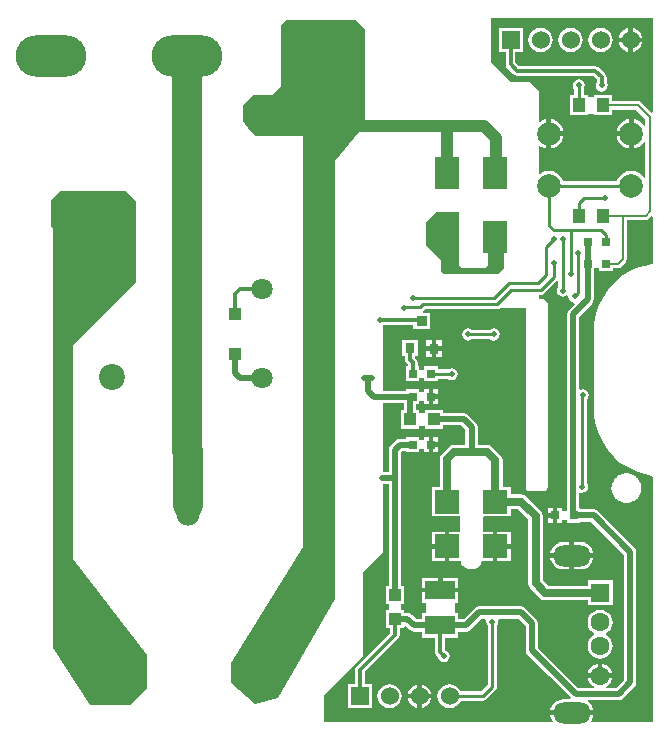
<source format=gtl>
%FSTAX23Y23*%
%MOIN*%
%SFA1B1*%

%IPPOS*%
%AMD61*
4,1,4,-0.048800,-0.005900,0.019300,-0.045200,0.048800,0.005900,-0.019300,0.045200,-0.048800,-0.005900,0.0*
1,1,0.078740,-0.014700,-0.025500*
1,1,0.078740,0.014700,0.025500*
%
%AMD62*
4,1,4,-0.019300,-0.045200,0.048800,-0.005900,0.019300,0.045200,-0.048800,0.005900,-0.019300,-0.045200,0.0*
1,1,0.078740,0.014800,-0.025500*
1,1,0.078740,-0.014800,0.025500*
%
%ADD12C,0.007870*%
%ADD13C,0.011810*%
%ADD15C,0.039370*%
%ADD19R,0.098430X0.062990*%
%ADD20R,0.039370X0.047240*%
%ADD21R,0.039370X0.039370*%
%ADD22R,0.031500X0.035430*%
%ADD23R,0.035430X0.035430*%
%ADD24R,0.025000X0.030000*%
%ADD25R,0.039370X0.043310*%
%ADD26R,0.043310X0.039370*%
%ADD27R,0.082680X0.106300*%
%ADD28R,0.082680X0.078740*%
%ADD52C,0.020000*%
%ADD53C,0.019680*%
%ADD54C,0.010000*%
%ADD55C,0.027560*%
%ADD56C,0.098430*%
%ADD57C,0.062990*%
%ADD58R,0.062990X0.062990*%
%ADD59O,0.125980X0.070870*%
%ADD60O,0.078740X0.137800*%
G04~CAMADD=61~3~0.0~0.0~787.4~1378.0~0.0~0.0~0~0.0~0.0~0.0~0.0~0~0.0~0.0~0.0~0.0~0~0.0~0.0~0.0~150.0~1080.0~1298.0*
%ADD61D61*%
G04~CAMADD=62~3~0.0~0.0~787.4~1378.0~0.0~0.0~0~0.0~0.0~0.0~0.0~0~0.0~0.0~0.0~0.0~0~0.0~0.0~0.0~210.0~1080.0~1298.0*
%ADD62D62*%
%ADD63O,0.236220X0.066930*%
%ADD64C,0.086610*%
%ADD65C,0.070870*%
%ADD66C,0.078740*%
%ADD67R,0.060000X0.060000*%
%ADD68C,0.060000*%
%ADD69O,0.236220X0.137800*%
%ADD70C,0.019680*%
%LN86ÐÍzigbeeÖÇÄÜ²å×ù°å-1*%
%LPD*%
G36*
X0584Y04667D02*
X05835Y04665D01*
X058Y04701*
X05795Y04704*
X0579Y04705*
X05705*
Y04724*
X05645*
Y04719*
X05624*
Y04724*
X05609*
Y04744*
X05612Y04749*
X05614Y04757*
X05612Y04764*
X05608Y04771*
X05601Y04775*
X05594Y04777*
X05586Y04775*
X05579Y04771*
X05575Y04764*
X05573Y04757*
X05575Y04749*
X05578Y04744*
Y04724*
X05564*
Y04657*
X05624*
Y04663*
X05645*
Y04657*
X05705*
Y04676*
X05784*
X05815Y04645*
Y04624*
X0581Y04622*
X05803Y04631*
X05793Y04639*
X05781Y04644*
X05776Y04644*
Y04596*
Y04547*
X05781Y04548*
X05793Y04553*
X05803Y0456*
X0581Y04569*
X05815Y04568*
Y0445*
X0581Y04449*
X05803Y04458*
X05793Y04466*
X05781Y04471*
X05768Y04472*
X05755Y04471*
X05743Y04466*
X05733Y04458*
X05725Y04447*
X05721Y04438*
X0554*
X05536Y04447*
X05528Y04458*
X05518Y04466*
X05506Y04471*
X05493Y04472*
X0548Y04471*
X05468Y04466*
X05463Y04462*
X05459Y04464*
Y04554*
X05463Y04556*
X05468Y04553*
X0548Y04548*
X05485Y04547*
Y04596*
Y04644*
X0548Y04644*
X05468Y04639*
X05463Y04635*
X05459Y04637*
Y04738*
X05427Y0477*
X05367*
X05301Y04836*
Y04983*
X0584*
Y04667*
G37*
G36*
Y0432D02*
Y0417D01*
X0584*
X05839Y04166*
X05837Y04163*
X05834Y04161*
X05832Y04161*
X05832Y0416*
X05811Y04156*
X05783Y04147*
X05756Y04134*
X05732Y04117*
X05709Y04097*
X0569Y04075*
X05673Y0405*
X0566Y04024*
X0565Y03996*
X05645Y03966*
X05643Y03937*
X05643*
Y03681*
X05643*
X05645Y03651*
X0565Y03622*
X0566Y03594*
X05673Y03567*
X0569Y03542*
X05709Y0352*
X05732Y035*
X05756Y03484*
X05783Y03471*
X05811Y03461*
X05832Y03457*
X05832Y03457*
X05834Y03456*
X05837Y03454*
X05839Y03451*
X0584Y03448*
X0584*
Y02634*
X05636*
X05634Y02639*
X05637Y02643*
X05642Y02654*
X05642Y02658*
X0557*
X05498*
X05498Y02654*
X05503Y02643*
X05506Y02639*
X05504Y02634*
X04745*
Y02726*
X0487Y02851*
X04873Y02855*
X04874Y0286*
Y03135*
X04939Y032*
Y03428*
X0496*
X0496Y03428*
Y03088*
X04949*
Y03028*
X04959*
Y03009*
X04949*
Y02949*
X04964*
Y02932*
X04851Y02819*
X04848Y02814*
X04846Y02808*
Y02762*
X04823*
Y02682*
X04903*
Y02762*
X04879*
Y02801*
X04992Y02914*
X04995Y02919*
X04997Y02926*
Y02949*
X05012*
Y02953*
X05017Y02955*
X0503Y02942*
X05037Y02938*
X05045Y02936*
X05072*
Y02915*
X05115*
Y02867*
X05117Y0286*
X0512Y02855*
X05124Y02851*
X05125Y02847*
X05129Y0284*
X05136Y02836*
X05144Y02834*
X05151Y02836*
X05158Y0284*
X05162Y02847*
X05164Y02855*
X05162Y02862*
X05158Y02869*
X05151Y02873*
X05148Y02874*
Y02915*
X05191*
Y02936*
X05218*
X05226Y02938*
X05232Y02942*
X0527Y0298*
X05282*
X05285Y02975*
X05284Y0297*
X05286Y02962*
X05289Y02957*
Y02759*
X05267Y02737*
X05199*
X05197Y02742*
X05191Y0275*
X05183Y02756*
X05173Y0276*
X05163Y02762*
X05152Y0276*
X05142Y02756*
X05134Y0275*
X05128Y02742*
X05124Y02732*
X05122Y02722*
X05124Y02711*
X05128Y02701*
X05134Y02693*
X05142Y02687*
X05152Y02683*
X05163Y02681*
X05173Y02683*
X05183Y02687*
X05191Y02693*
X05197Y02701*
X05199Y02706*
X05274*
X05279Y02707*
X05284Y02711*
X05315Y02742*
X05319Y02747*
X0532Y02753*
Y02957*
X05323Y02962*
X05325Y0297*
X05324Y02975*
X05327Y0298*
X05391*
X05416Y02955*
Y02875*
X05418Y02867*
X05422Y0286*
X05566Y02717*
X05564Y02712*
X05542*
X05531Y0271*
X0552Y02706*
X0551Y02698*
X05503Y02689*
X05498Y02678*
X05498Y02674*
X0557*
X05642*
X05642Y02678*
X05637Y02689*
X0563Y02698*
X05623Y02703*
X05625Y02708*
X05726*
X05733Y0271*
X0574Y02714*
X05779Y02753*
X05783Y0276*
X05785Y02768*
Y03202*
X05783Y03209*
X05779Y03216*
X05657Y03338*
X0565Y03342*
X05643Y03344*
X05598*
Y03349*
X05595*
Y03397*
X056Y034*
X05605Y03399*
X05612Y03401*
X05619Y03405*
X05623Y03412*
X05625Y0342*
X05623Y03427*
X0562Y03432*
Y03709*
X0562*
X05624Y03716*
X05626Y03724*
X05624Y03731*
X0562Y03738*
X05613Y03742*
X05606Y03744*
X056Y03743*
X05595Y03746*
Y03986*
X05638Y04029*
X05642Y04036*
X05644Y04044*
Y04137*
X05645*
Y04148*
X05662*
Y04137*
X05707*
Y04148*
X05724*
X05729Y04149*
X05734Y04152*
X05749Y04167*
X05752Y04172*
X05753Y04177*
Y04309*
X05816*
X05822Y0431*
X05826Y04313*
X05835Y04322*
X0584Y0432*
G37*
G36*
X05193Y04336D02*
Y04179D01*
Y04158*
X05202Y04149*
X05279*
X05289Y04159*
Y04233*
X05296Y0424*
X05313*
X05314Y04241*
X05343*
Y04147*
X05325Y04129*
X05145*
X05134Y0414*
Y04176*
X05084Y04226*
Y04302*
X05118Y04336*
X05193*
G37*
G36*
X05521Y04107D02*
X05525Y04105D01*
Y04085*
X05522Y0408*
X0552Y04073*
X05522Y04065*
X05526Y04058*
X05533Y04054*
X05541Y04052*
X05548Y04054*
X05554Y04058*
X05557Y04056*
X05559Y04055*
X05558Y04054*
X0556Y04046*
X05564Y04039*
X05571Y04035*
X05578Y04033*
X0558Y04029*
X0556Y04009*
X05556Y04002*
X05554Y03995*
Y0344*
Y03417*
Y03349*
X05553*
Y03338*
X05536*
Y03349*
X05521*
Y03324*
Y03299*
X05536*
Y03309*
X05553*
Y03299*
X05598*
Y03303*
X05634*
X05744Y03193*
Y02776*
X05717Y02749*
X05687*
X05685Y02753*
X05686Y02754*
X05694Y0276*
X05701Y02769*
X05705Y02779*
X05705Y02782*
X05665*
X05624*
X05624Y02779*
X05628Y02769*
X05635Y0276*
X05643Y02754*
X05644Y02753*
X05642Y02749*
X05591*
X05457Y02883*
Y02964*
X05455Y02971*
X05451Y02978*
X05414Y03015*
X05407Y03019*
X054Y03021*
X05262*
X05254Y03019*
X05248Y03015*
X0521Y02977*
X05191*
Y02998*
X05181*
Y03033*
X05191*
Y03067*
X05132*
X05072*
Y03033*
X05083*
Y02998*
X05072*
Y02977*
X05053*
X05036Y02993*
X0503Y02998*
X05022Y02999*
X05012*
Y03009*
X05002*
Y03028*
X05012*
Y03088*
X05001*
Y03448*
Y03534*
X05006Y03539*
X05016*
Y03535*
X05061*
Y03545*
X05078*
Y03535*
X05093*
Y0356*
Y03585*
X05078*
Y03574*
X05061*
Y03585*
X05016*
Y0358*
X04998*
X0499Y03578*
X04983Y03574*
X04966Y03557*
X04962Y0355*
X0496Y03543*
Y03468*
X04939*
Y03699*
X0501*
Y03676*
X05*
Y03613*
X0506*
Y03623*
X05079*
Y03613*
X05139*
Y03624*
X05201*
X05215Y0361*
Y03559*
X05178*
X05168Y03557*
X0516Y03552*
X05137Y03528*
X05131Y0352*
X0513Y03511*
Y0342*
X05103*
Y03321*
X05197*
Y0327*
X05162*
Y03221*
Y03171*
X05199*
X05202Y03163*
X05208Y03155*
X05216Y03149*
X05225Y03145*
X05235Y03144*
X05245Y03145*
X05254Y03149*
X05262Y03155*
X05268Y03163*
X05271Y03171*
X05307*
Y03221*
Y0327*
X05273*
Y03317*
X05276Y03321*
X05366*
Y03346*
X0539*
X05424Y03311*
Y03099*
X05426Y03089*
X05431Y03081*
X05464Y03048*
X05472Y03043*
X05482Y03041*
X05623*
Y03024*
X05706*
Y03107*
X05623*
Y0309*
X05492*
X05473Y03109*
Y03322*
X05471Y03331*
X05466Y03339*
X05417Y03387*
X05409Y03393*
X054Y03395*
X05366*
Y0342*
X05339*
Y03507*
X05337Y03516*
X05332Y03524*
X05304Y03552*
X05296Y03557*
X05287Y03559*
X05256*
Y03619*
X05254Y03626*
X0525Y03633*
X05224Y03659*
X05217Y03663*
X0521Y03665*
X05139*
Y03676*
X05079*
Y03666*
X0506*
Y03676*
X0505*
Y03695*
X05061*
Y03705*
X05078*
Y03695*
X05093*
Y0372*
Y03745*
X05078*
Y03734*
X05061*
Y03745*
X05016*
Y0374*
X04939*
Y03956*
X04941Y03958*
X05042*
Y03945*
X05097*
Y04*
X05075*
X05074Y04005*
X05074Y04006*
X0508Y04011*
X0532*
X05326Y04012*
X05329Y04015*
X05416*
Y03417*
X05417Y03413*
X0542Y03409*
X05424Y03406*
X05429Y03405*
X05477*
X05481Y03406*
X05485Y03409*
X05488Y03413*
X05489Y03417*
Y04032*
X05488Y04036*
X05485Y0404*
X05481Y04043*
X05477Y04044*
X05459*
Y04058*
X05466*
X05471Y04059*
X05476Y04063*
X0552Y04107*
X05521Y04107*
G37*
G36*
X0488Y04946D02*
Y04624D01*
X04878Y04623*
X0478Y04505*
Y03045*
X0459Y02714*
X04515Y02696*
X04433Y02765*
Y02833*
X04675Y0322*
Y04588*
X04518*
X04491Y04615*
X04475Y04637*
Y04692*
X04508Y04725*
X04509Y04726*
X04572*
X04601Y04755*
Y04957*
X0462Y04976*
X0485*
X0488Y04946*
G37*
G36*
X04117Y04371D02*
Y04102D01*
X03908Y03893*
Y03178*
X04154Y02858*
Y02749*
X04098Y02693*
X03963*
X03839Y02881*
Y03031*
Y04281*
X03834Y04286*
Y04374*
X03864Y04404*
X04084*
X04117Y04371*
G37*
%LN86ÐÍzigbeeÖÇÄÜ²å×ù°å-2*%
%LPC*%
G36*
X05773Y04948D02*
Y04916D01*
X05805*
X05804Y04919*
X058Y04929*
X05794Y04937*
X05786Y04943*
X05776Y04947*
X05773Y04948*
G37*
G36*
X05758D02*
X05755Y04947D01*
X05745Y04943*
X05737Y04937*
X05731Y04929*
X05727Y04919*
X05726Y04916*
X05758*
Y04948*
G37*
G36*
X05805Y04901D02*
X05773D01*
Y04869*
X05776Y0487*
X05786Y04874*
X05794Y0488*
X058Y04888*
X05804Y04898*
X05805Y04901*
G37*
G36*
X05758D02*
X05726D01*
X05727Y04898*
X05731Y04888*
X05737Y0488*
X05745Y04874*
X05755Y0487*
X05758Y04869*
Y04901*
G37*
G36*
X05566Y04949D02*
X05555Y04947D01*
X05545Y04943*
X05537Y04937*
X05531Y04929*
X05527Y04919*
X05525Y04909*
X05527Y04898*
X05531Y04888*
X05537Y0488*
X05545Y04874*
X05555Y0487*
X05566Y04868*
X05576Y0487*
X05586Y04874*
X05594Y0488*
X056Y04888*
X05604Y04898*
X05606Y04909*
X05604Y04919*
X056Y04929*
X05594Y04937*
X05586Y04943*
X05576Y04947*
X05566Y04949*
G37*
G36*
X05666D02*
X05655Y04947D01*
X05645Y04943*
X05637Y04937*
X05631Y04929*
X05627Y04919*
X05625Y04909*
X05627Y04898*
X05631Y04888*
X05637Y0488*
X05645Y04874*
X05655Y0487*
X05666Y04868*
X05676Y0487*
X05686Y04874*
X05694Y0488*
X057Y04888*
X05704Y04898*
X05706Y04909*
X05704Y04919*
X057Y04929*
X05694Y04937*
X05686Y04943*
X05676Y04947*
X05666Y04949*
G37*
G36*
X05466D02*
X05455Y04947D01*
X05445Y04943*
X05437Y04937*
X05431Y04929*
X05427Y04919*
X05425Y04909*
X05427Y04898*
X05431Y04888*
X05437Y0488*
X05445Y04874*
X05455Y0487*
X05466Y04868*
X05476Y0487*
X05486Y04874*
X05494Y0488*
X055Y04888*
X05504Y04898*
X05506Y04909*
X05504Y04919*
X055Y04929*
X05494Y04937*
X05486Y04943*
X05476Y04947*
X05466Y04949*
G37*
G36*
X05406Y04949D02*
X05326D01*
Y04869*
X05349*
Y04827*
X05351Y0482*
X05354Y04815*
X05375Y04794*
X0538Y04791*
X05387Y04789*
X05641*
X05653Y04777*
Y04768*
X05651Y04764*
X05649Y04757*
X05651Y04749*
X05655Y04742*
X05662Y04738*
X0567Y04736*
X05677Y04738*
X05684Y04742*
X05688Y04749*
X0569Y04757*
X05688Y04764*
X05686Y04768*
Y04784*
X05684Y0479*
X05681Y04795*
X05659Y04817*
X05654Y0482*
X05648Y04822*
X05393*
X05382Y04833*
Y04869*
X05406*
Y04949*
G37*
G36*
X05501Y04644D02*
Y04604D01*
X05541*
X05541Y04609*
X05536Y04621*
X05528Y04631*
X05518Y04639*
X05506Y04644*
X05501Y04644*
G37*
G36*
X0576D02*
X05755Y04644D01*
X05743Y04639*
X05733Y04631*
X05725Y04621*
X0572Y04609*
X05719Y04604*
X0576*
Y04644*
G37*
G36*
Y04588D02*
X05719D01*
X0572Y04583*
X05725Y04571*
X05733Y0456*
X05743Y04553*
X05755Y04548*
X0576Y04547*
Y04588*
G37*
G36*
X05541D02*
X05501D01*
Y04547*
X05506Y04548*
X05518Y04553*
X05528Y0456*
X05536Y04571*
X05541Y04583*
X05541Y04588*
G37*
G36*
X05752Y03465D02*
X05748Y03465D01*
X05748*
X05748Y03465*
X05747Y03464*
X05746*
X05745Y03464*
X05739Y03463*
X05727Y03458*
X05722Y03455*
X05721Y03454*
X05721Y03454*
X0572Y03453*
X0572Y03453*
X05719Y03453*
X05716Y0345*
X05714Y03448*
X05714Y03447*
X05714Y03447*
X05713Y03446*
X05713Y03446*
X05712Y03445*
X05709Y0344*
X05704Y03428*
X05703Y03422*
X05703Y03421*
Y0342*
X05702Y03419*
X05702Y03419*
Y03419*
X05702Y03415*
X05702Y03411*
Y03411*
X05702Y03411*
X05703Y0341*
Y03409*
X05703Y03408*
X05704Y03402*
X05709Y0339*
X05712Y03385*
X05713Y03384*
X05713Y03384*
X05714Y03383*
X05714Y03383*
X05714Y03383*
X05716Y0338*
X05719Y03377*
X0572Y03377*
X0572Y03377*
X05721Y03376*
X05721Y03376*
X05722Y03375*
X05727Y03372*
X05739Y03367*
X05745Y03366*
X05746Y03366*
X05747*
X05748Y03366*
X05748Y03365*
X05748*
X05752Y03365*
X05756Y03365*
X05756*
X05756Y03366*
X05757Y03366*
X05758*
X05759Y03366*
X05765Y03367*
X05777Y03372*
X05781Y03375*
X05783Y03376*
X05783Y03376*
X05784Y03377*
X05784Y03377*
X05784Y03377*
X05787Y0338*
X0579Y03383*
X0579Y03383*
X0579Y03383*
X0579Y03384*
X05791Y03384*
X05792Y03385*
X05795Y0339*
X058Y03402*
X05801Y03408*
X05801Y03409*
Y0341*
X05801Y03411*
X05801Y03411*
Y03411*
X05802Y03415*
X05801Y03419*
Y03419*
X05801Y03419*
X05801Y0342*
Y03421*
X05801Y03422*
X058Y03428*
X05795Y0344*
X05792Y03445*
X05791Y03446*
X0579Y03446*
X0579Y03447*
X0579Y03447*
X0579Y03448*
X05787Y0345*
X05784Y03453*
X05784Y03453*
X05784Y03453*
X05783Y03454*
X05783Y03454*
X05781Y03455*
X05777Y03458*
X05765Y03463*
X05759Y03464*
X05758Y03464*
X05757*
X05756Y03465*
X05756Y03465*
X05756*
X05752Y03465*
G37*
G36*
X0507Y02761D02*
Y02729D01*
X05102*
X05101Y02732*
X05097Y02742*
X05091Y0275*
X05083Y02756*
X05073Y0276*
X0507Y02761*
G37*
G36*
X05055D02*
X05052Y0276D01*
X05042Y02756*
X05034Y0275*
X05028Y02742*
X05024Y02732*
X05023Y02729*
X05055*
Y02761*
G37*
G36*
X05102Y02714D02*
X0507D01*
Y02682*
X05073Y02683*
X05083Y02687*
X05091Y02693*
X05097Y02701*
X05101Y02711*
X05102Y02714*
G37*
G36*
X05055D02*
X05023D01*
X05024Y02711*
X05028Y02701*
X05034Y02693*
X05042Y02687*
X05052Y02683*
X05055Y02682*
Y02714*
G37*
G36*
X04963Y02762D02*
X04952Y0276D01*
X04942Y02756*
X04934Y0275*
X04928Y02742*
X04924Y02732*
X04922Y02722*
X04924Y02711*
X04928Y02701*
X04934Y02693*
X04942Y02687*
X04952Y02683*
X04963Y02681*
X04973Y02683*
X04983Y02687*
X04991Y02693*
X04997Y02701*
X05001Y02711*
X05003Y02722*
X05001Y02732*
X04997Y02742*
X04991Y0275*
X04983Y02756*
X04973Y0276*
X04963Y02762*
G37*
G36*
X0531Y03947D02*
X05302Y03945D01*
X05297Y03942*
X05237*
X05232Y03945*
X05225Y03947*
X05217Y03945*
X0521Y03941*
X05206Y03934*
X05204Y03927*
X05206Y03919*
X0521Y03912*
X05217Y03908*
X05225Y03906*
X05232Y03908*
X05237Y03911*
X05297*
X05302Y03908*
X0531Y03906*
X05317Y03908*
X05324Y03912*
X05328Y03919*
X0533Y03927*
X05328Y03934*
X05324Y03941*
X05317Y03945*
X0531Y03947*
G37*
G36*
X05136Y03908D02*
X05118D01*
Y03888*
X05136*
Y03908*
G37*
G36*
X05103D02*
X05085D01*
Y03888*
X05103*
Y03908*
G37*
G36*
X05136Y03872D02*
X05118D01*
Y03853*
X05136*
Y03872*
G37*
G36*
X05103D02*
X05085D01*
Y03853*
X05103*
Y03872*
G37*
G36*
X05056Y0391D02*
X05005D01*
Y03854*
X05014*
Y03843*
X05015Y03836*
X05019Y03831*
X05023Y03827*
Y03821*
X05016*
Y03771*
X05061*
Y03781*
X05078*
Y03771*
X05123*
Y0378*
X05155*
Y0378*
X05162Y03776*
X0517Y03774*
X05177Y03776*
X05184Y0378*
X05188Y03787*
X0519Y03795*
X05188Y03802*
X05184Y03809*
X05177Y03813*
X0517Y03815*
X05162Y03813*
X05158Y03811*
X05123*
Y03821*
X05078*
Y0381*
X05061*
Y03821*
X05056*
Y03834*
X05054Y0384*
X05051Y03845*
X05047Y03849*
X05047Y03854*
X05056*
Y0391*
G37*
G36*
X05123Y03745D02*
X05108D01*
Y03727*
X05123*
Y03745*
G37*
G36*
Y03712D02*
X05108D01*
Y03695*
X05123*
Y03712*
G37*
G36*
Y03585D02*
X05108D01*
Y03567*
X05123*
Y03585*
G37*
G36*
Y03552D02*
X05108D01*
Y03535*
X05123*
Y03552*
G37*
G36*
X05506Y03349D02*
X05491D01*
Y03331*
X05506*
Y03349*
G37*
G36*
Y03316D02*
X05491D01*
Y03299*
X05506*
Y03316*
G37*
G36*
X05366Y0327D02*
X05322D01*
Y03229*
X05366*
Y0327*
G37*
G36*
X05146D02*
X05103D01*
Y03229*
X05146*
Y0327*
G37*
G36*
X05598Y03235D02*
X05578D01*
Y03197*
X05642*
X05642Y03201*
X05637Y03212*
X0563Y03222*
X0562Y03229*
X05609Y03234*
X05598Y03235*
G37*
G36*
X05562D02*
X05542D01*
X05531Y03234*
X0552Y03229*
X0551Y03222*
X05503Y03212*
X05498Y03201*
X05498Y03197*
X05562*
Y03235*
G37*
G36*
X05366Y03213D02*
X05322D01*
Y03171*
X05366*
Y03213*
G37*
G36*
X05146D02*
X05103D01*
Y03171*
X05146*
Y03213*
G37*
G36*
X05642Y03182D02*
X05578D01*
Y03144*
X05598*
X05609Y03145*
X0562Y0315*
X0563Y03157*
X05637Y03167*
X05642Y03178*
X05642Y03182*
G37*
G36*
X05562D02*
X05498D01*
X05498Y03178*
X05503Y03167*
X0551Y03157*
X0552Y0315*
X05531Y03145*
X05542Y03144*
X05562*
Y03182*
G37*
G36*
X05191Y03116D02*
X05139D01*
Y03082*
X05191*
Y03116*
G37*
G36*
X05124D02*
X05072D01*
Y03082*
X05124*
Y03116*
G37*
G36*
X05665Y03009D02*
X05654Y03008D01*
X05644Y03003*
X05635Y02997*
X05628Y02988*
X05624Y02978*
X05623Y02967*
X05624Y02956*
X05628Y02946*
X05635Y02937*
X05644Y02931*
X05645Y0293*
Y02925*
X05644Y02925*
X05635Y02918*
X05628Y02909*
X05624Y02899*
X05623Y02888*
X05624Y02878*
X05628Y02867*
X05635Y02859*
X05644Y02852*
X05654Y02848*
X05665Y02846*
X05675Y02848*
X05685Y02852*
X05694Y02859*
X05701Y02867*
X05705Y02878*
X05706Y02888*
X05705Y02899*
X05701Y02909*
X05694Y02918*
X05685Y02925*
X05684Y02925*
Y0293*
X05685Y02931*
X05694Y02937*
X05701Y02946*
X05705Y02956*
X05706Y02967*
X05705Y02978*
X05701Y02988*
X05694Y02997*
X05685Y03003*
X05675Y03008*
X05665Y03009*
G37*
G36*
X05672Y02831D02*
Y02798D01*
X05705*
X05705Y02801*
X05701Y02811*
X05694Y0282*
X05685Y02826*
X05675Y0283*
X05672Y02831*
G37*
G36*
X05657D02*
X05654Y0283D01*
X05644Y02826*
X05635Y0282*
X05628Y02811*
X05624Y02801*
X05624Y02798*
X05657*
Y02831*
G37*
%LN86ÐÍzigbeeÖÇÄÜ²å×ù°å-3*%
%LPD*%
G54D12*
X0583Y04337D02*
Y04651D01*
X05816Y04323D02*
X0583Y04337D01*
X05685Y04162D02*
X05724D01*
X05684D02*
X05685D01*
X0579Y04691D02*
X0583Y04651D01*
X05766Y04879D02*
Y04889D01*
X05593Y04323D02*
X05594Y04323D01*
X05739Y04177D02*
Y04322D01*
X05675Y04691D02*
X0579D01*
X05675Y04323D02*
X05816D01*
X05724Y04162D02*
X05739Y04177D01*
G54D13*
X04447Y04004D02*
X04455Y03996D01*
X04464Y0408D02*
X04537D01*
X04447Y04063D02*
X04464Y0408D01*
X04447Y04004D02*
Y04063D01*
X05132Y02867D02*
X05144Y02855D01*
X05132Y02867D02*
Y02957D01*
X04863Y02722D02*
Y02808D01*
X04981Y02926*
Y02979*
X0567Y04757D02*
Y04784D01*
X05648Y04806D02*
X0567Y04784D01*
X05387Y04806D02*
X05648D01*
X05366Y04827D02*
X05387Y04806D01*
X05366Y04827D02*
Y04909D01*
X0504Y03796D02*
Y03834D01*
X0503Y03843D02*
X0504Y03834D01*
X0503Y03843D02*
Y03882D01*
X04929Y03975D02*
X05068D01*
G54D15*
X05316Y04466D02*
Y04583D01*
X05155Y04466D02*
Y04621D01*
X04811D02*
X05155D01*
X05277*
X04741Y04688D02*
X04811Y04619D01*
X05277Y04621D02*
X05316Y04583D01*
X03939Y04318D02*
X04002D01*
X04041*
G54D19*
X05132Y02957D03*
Y03075D03*
G54D20*
X05594Y04691D03*
X05675D03*
Y04323D03*
X05594D03*
G54D21*
X04446Y03863D03*
Y03996D03*
G54D22*
X05111Y0388D03*
X0503Y03882D03*
G54D23*
X0507Y03973D03*
G54D24*
X05685Y04162D03*
X05623D03*
Y04234D03*
X05685D03*
X05039Y03796D03*
X05101D03*
X05514Y03324D03*
X05576D03*
X05039Y0356D03*
X05101D03*
X05039Y0372D03*
X05101D03*
G54D25*
X0503Y03645D03*
X05109D03*
G54D26*
X04981Y02979D03*
Y03058D03*
G54D27*
X05315Y04251D03*
Y04466D03*
X05155D03*
Y04251D03*
G54D28*
X05315Y0337D03*
Y03221D03*
X05154D03*
Y0337D03*
G54D52*
X05624Y04199D02*
Y04234D01*
Y04044D02*
Y04199D01*
X05575Y03324D02*
Y03417D01*
Y03995D02*
X05624Y04044D01*
X05575Y0344D02*
Y03995D01*
Y03417D02*
Y0344D01*
G54D53*
X0503Y0372D02*
Y03721D01*
X0489Y0374D02*
Y03781D01*
X0503Y03645D02*
Y0372D01*
X04447Y03855D02*
X04455Y03863D01*
X04465Y03781D02*
X04537D01*
X04447Y038D02*
X04465Y03781D01*
X04447Y038D02*
Y03855D01*
X04901Y03781D02*
X04903D01*
X0489D02*
X04901D01*
X04879D02*
X0489D01*
X04876D02*
X04879D01*
X05039Y0372D02*
X0504D01*
X0503D02*
X05039D01*
X054Y03001D02*
X05437Y02964D01*
Y02875D02*
Y02964D01*
Y02875D02*
X05583Y02729D01*
X05262Y03001D02*
X054D01*
X05576Y03324D02*
X05643D01*
X05575D02*
X05576D01*
X04981Y03058D02*
Y03448D01*
Y03543*
X04938Y03448D02*
X04962D01*
X0491Y0372D02*
X0503D01*
X0489Y0374D02*
X0491Y0372D01*
X05583Y02729D02*
X05726D01*
X05218Y02957D02*
X05262Y03001D01*
X05726Y02729D02*
X05765Y02768D01*
Y03202*
X05643Y03324D02*
X05765Y03202D01*
X05132Y02957D02*
X05218D01*
X05045D02*
X05132D01*
X05022Y02979D02*
X05045Y02957D01*
X04981Y02979D02*
X05022D01*
X04998Y0356D02*
X0504D01*
X04981Y03543D02*
X04998Y0356D01*
X04962Y03448D02*
X04981D01*
X05236Y03535D02*
Y03619D01*
X0521Y03645D02*
X05236Y03619D01*
X05109Y03645D02*
X0521D01*
G54D54*
X05605Y0342D02*
Y03724D01*
X05579Y04054D02*
X05591Y04066D01*
Y04199*
X05541Y04073D02*
Y04245D01*
X05485Y0422D02*
X0551Y04245D01*
X05566Y04127D02*
Y0427D01*
X05225Y03927D02*
X0531D01*
X05073Y04027D02*
X0532D01*
X05367Y04074D02*
X05466D01*
X0532Y04027D02*
X05367Y04074D01*
X05362Y04097D02*
X05456D01*
X05312Y04047D02*
X05362Y04097D01*
X05039Y04047D02*
X05312D01*
X0501Y04017D02*
X05063D01*
X05684Y04234D02*
Y04257D01*
X05063Y04017D02*
X05073Y04027D01*
X05305Y02753D02*
Y0297D01*
X05274Y02722D02*
X05305Y02753D01*
X05163Y02722D02*
X05274D01*
X05485Y04126D02*
Y0422D01*
X05456Y04097D02*
X05485Y04126D01*
X0551Y04118D02*
Y04164D01*
X05466Y04074D02*
X0551Y04118D01*
X05509Y04274D02*
X05567D01*
X05667*
X05594Y04365D02*
X0561Y04381D01*
X05679*
X05594Y04329D02*
Y04365D01*
Y04691D02*
X05594Y04691D01*
X05594Y04691D02*
Y04757D01*
X051Y03796D02*
X05169D01*
X05493Y04422D02*
X05746D01*
X05493Y0429D02*
X05509Y04274D01*
X05493Y0429D02*
Y04422D01*
X05667Y04274D02*
X05684Y04257D01*
G54D55*
X05482Y03066D02*
X05665D01*
X05449Y03099D02*
X05482Y03066D01*
X05449Y03099D02*
Y03322D01*
X054Y0337D02*
X05449Y03322D01*
X05236Y03535D02*
X05287D01*
X05178D02*
X05236D01*
X05315Y0337D02*
X054D01*
X05287Y03535D02*
X05315Y03507D01*
X05154Y03511D02*
X05178Y03535D01*
X05154Y0337D02*
Y03511D01*
X05315Y0337D02*
Y03507D01*
G54D56*
X04289Y0336D02*
Y03538D01*
X04288Y04856D02*
Y03539D01*
G54D57*
X05665Y0279D03*
Y02888D03*
Y02967D03*
G54D58*
X05665Y03066D03*
G54D59*
X0557Y0319D03*
Y02666D03*
G54D60*
X04289Y03538D03*
Y0336D03*
G54D61*
X04544Y02811D03*
X04633Y02965D03*
G54D62*
X04034Y02811D03*
X03946Y02965D03*
G54D63*
X04597Y04662D03*
X03986Y04327D03*
G54D64*
X03937Y04076D03*
X04037Y03785D03*
G54D65*
X04537Y03781D03*
Y0408D03*
G54D66*
X05493Y04596D03*
X05768Y04422D03*
Y04596D03*
X05493Y04422D03*
G54D67*
X04863Y02722D03*
X05366Y04909D03*
G54D68*
X04963Y02722D03*
X05063D03*
X05163D03*
X05766Y04909D03*
X05666D03*
X05566D03*
X05466D03*
G54D69*
X03835Y04856D03*
X04288D03*
X04741D03*
G54D70*
X04949Y03198D03*
X0495Y0331D03*
X05116Y03468D03*
X0514Y036D03*
X05701Y03507D03*
X05632Y03646D03*
X0562Y0377D03*
Y03838D03*
Y03906D03*
Y03974D03*
X05591Y04199D03*
X05579Y04054D03*
X05606Y03724D03*
X05605Y0342D03*
X05541Y04073D03*
X05566Y04127D03*
X0531Y03927D03*
X05225D03*
X05544Y03576D03*
X05661Y04072D03*
X05768Y04293D03*
X05799Y0451D03*
X05553Y04538D03*
X05706D03*
X05042Y0284D03*
X05109Y02829D03*
X05174Y02889D03*
X05506Y02734D03*
X05698Y02669D03*
X05505Y03115D03*
X0567Y03233D03*
X05628Y03277D03*
X05723Y03305D03*
X05778Y03251D03*
X05705Y03191D03*
X05652Y03362D03*
X05396Y0331D03*
X05378Y03437D03*
X05355Y03463D03*
X05338Y03299D03*
X05342Y0315D03*
X05368Y03142D03*
X05654Y03571D03*
X05816Y02654D03*
X05812Y02985D03*
Y03011D03*
X05686Y03151D03*
X05721D03*
X0558Y02901D03*
X05579Y02874D03*
Y02848D03*
Y02823D03*
X04765Y02721D03*
Y02652D03*
X04905Y03124D03*
Y03049D03*
X04929Y02929D03*
Y02813D03*
X05246Y02783D03*
X0527D03*
X05473Y0337D03*
X05411Y03291D03*
X05017Y0331D03*
Y03198D03*
Y03124D03*
X04976Y03605D03*
X04975Y0368D03*
Y03756D03*
X04974Y03922D03*
X05766Y0474D03*
X05793D03*
X05525Y03392D03*
X05344Y03121D03*
X05706Y04509D03*
X05553D03*
X05799Y0425D03*
X05768Y04223D03*
X05575Y03417D03*
Y0344D03*
X05767Y0425D03*
X05144Y02855D03*
X05305Y0297D03*
X04938Y03448D03*
X04962Y03448D03*
X0567Y04757D03*
X05624Y04199D03*
X05541Y04245D03*
X0551D03*
X05679Y04381D03*
X0551Y04164D03*
X05594Y04757D03*
X0517Y03795D03*
X05039Y04047D03*
X0501Y04016D03*
X04901Y03781D03*
X04879D03*
X04929Y03975D03*
X05165Y04325D03*
Y04178D03*
X05105Y0423D03*
Y04255D03*
Y0428D03*
Y04305D03*
M02*
</source>
